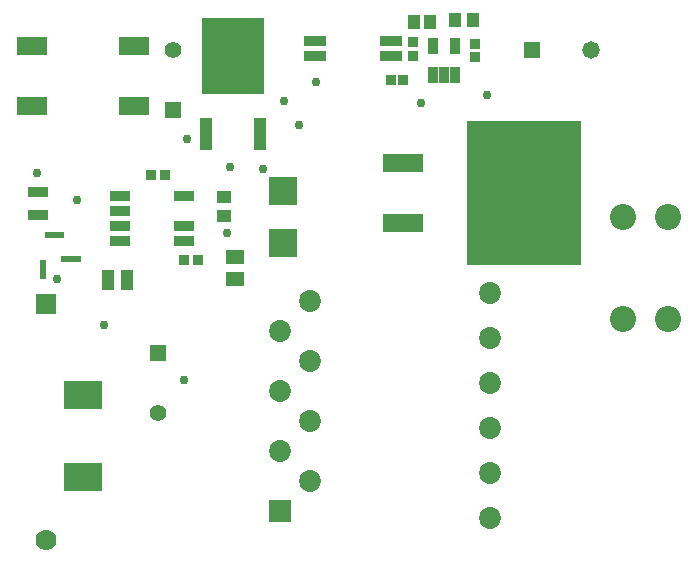
<source format=gts>
G04*
G04 #@! TF.GenerationSoftware,Altium Limited,Altium Designer,22.2.1 (43)*
G04*
G04 Layer_Color=8388736*
%FSLAX23Y23*%
%MOIN*%
G70*
G04*
G04 #@! TF.SameCoordinates,8410DD60-BE5F-4665-B969-63B9D7D5DCD7*
G04*
G04*
G04 #@! TF.FilePolarity,Negative*
G04*
G01*
G75*
%ADD24R,0.039X0.108*%
%ADD25R,0.209X0.256*%
%ADD27R,0.384X0.480*%
%ADD28R,0.138X0.063*%
%ADD35R,0.066X0.032*%
%ADD36R,0.073X0.034*%
%ADD37R,0.038X0.032*%
%ADD38R,0.032X0.055*%
%ADD39R,0.039X0.045*%
%ADD40R,0.032X0.038*%
%ADD41R,0.039X0.047*%
%ADD42R,0.069X0.032*%
%ADD43R,0.101X0.061*%
%ADD44R,0.045X0.039*%
%ADD45R,0.130X0.095*%
%ADD46R,0.093X0.095*%
%ADD47R,0.044X0.065*%
%ADD48R,0.024X0.033*%
%ADD49R,0.033X0.024*%
%ADD50R,0.063X0.047*%
%ADD51C,0.087*%
%ADD52R,0.073X0.073*%
%ADD53C,0.073*%
%ADD54R,0.058X0.058*%
%ADD55C,0.058*%
%ADD56R,0.055X0.055*%
%ADD57C,0.055*%
%ADD58C,0.070*%
%ADD59R,0.070X0.070*%
%ADD60C,0.030*%
D24*
X745Y1482D02*
D03*
X925D02*
D03*
D25*
X835Y1740D02*
D03*
D27*
X1805Y1285D02*
D03*
D28*
X1400Y1385D02*
D03*
Y1185D02*
D03*
D35*
X185Y1211D02*
D03*
Y1289D02*
D03*
D36*
X1109Y1740D02*
D03*
Y1790D02*
D03*
X1361D02*
D03*
Y1740D02*
D03*
D37*
X1403Y1660D02*
D03*
X1360D02*
D03*
X563Y1345D02*
D03*
X607D02*
D03*
X717Y1060D02*
D03*
X673D02*
D03*
D38*
X1500Y1677D02*
D03*
X1537D02*
D03*
X1575D02*
D03*
Y1775D02*
D03*
X1500D02*
D03*
D39*
X1636Y1860D02*
D03*
X1574D02*
D03*
D40*
X1640Y1782D02*
D03*
Y1738D02*
D03*
X1435Y1787D02*
D03*
Y1743D02*
D03*
D41*
X1493Y1855D02*
D03*
X1437D02*
D03*
D42*
X459Y1275D02*
D03*
Y1225D02*
D03*
Y1175D02*
D03*
Y1125D02*
D03*
X671D02*
D03*
Y1175D02*
D03*
Y1275D02*
D03*
D43*
X164Y1775D02*
D03*
Y1575D02*
D03*
X506D02*
D03*
Y1775D02*
D03*
D44*
X805Y1209D02*
D03*
Y1271D02*
D03*
D45*
X335Y337D02*
D03*
Y613D02*
D03*
D46*
X1000Y1292D02*
D03*
Y1118D02*
D03*
D47*
X418Y995D02*
D03*
X482D02*
D03*
D48*
X200Y1046D02*
D03*
Y1014D02*
D03*
D49*
X279Y1065D02*
D03*
X311D02*
D03*
X256Y1145D02*
D03*
X224D02*
D03*
D50*
X840Y1072D02*
D03*
Y998D02*
D03*
D51*
X2135Y1205D02*
D03*
X2285D02*
D03*
Y865D02*
D03*
X2135D02*
D03*
D52*
X990Y225D02*
D03*
D53*
X1090Y325D02*
D03*
X990Y425D02*
D03*
X1090Y525D02*
D03*
X990Y625D02*
D03*
X1090Y725D02*
D03*
X990Y825D02*
D03*
X1090Y925D02*
D03*
X1690Y950D02*
D03*
Y800D02*
D03*
Y650D02*
D03*
Y500D02*
D03*
Y350D02*
D03*
Y200D02*
D03*
D54*
X1830Y1760D02*
D03*
D55*
X2027D02*
D03*
D56*
X585Y750D02*
D03*
X635Y1563D02*
D03*
D57*
X585Y553D02*
D03*
X635Y1760D02*
D03*
D58*
X210Y128D02*
D03*
D59*
Y915D02*
D03*
D60*
X405Y845D02*
D03*
X248Y998D02*
D03*
X1680Y1610D02*
D03*
X1460Y1585D02*
D03*
X315Y1260D02*
D03*
X180Y1350D02*
D03*
X935Y1365D02*
D03*
X814Y1150D02*
D03*
X825Y1370D02*
D03*
X680Y1465D02*
D03*
X670Y660D02*
D03*
X1005Y1590D02*
D03*
X1110Y1655D02*
D03*
X1055Y1510D02*
D03*
M02*

</source>
